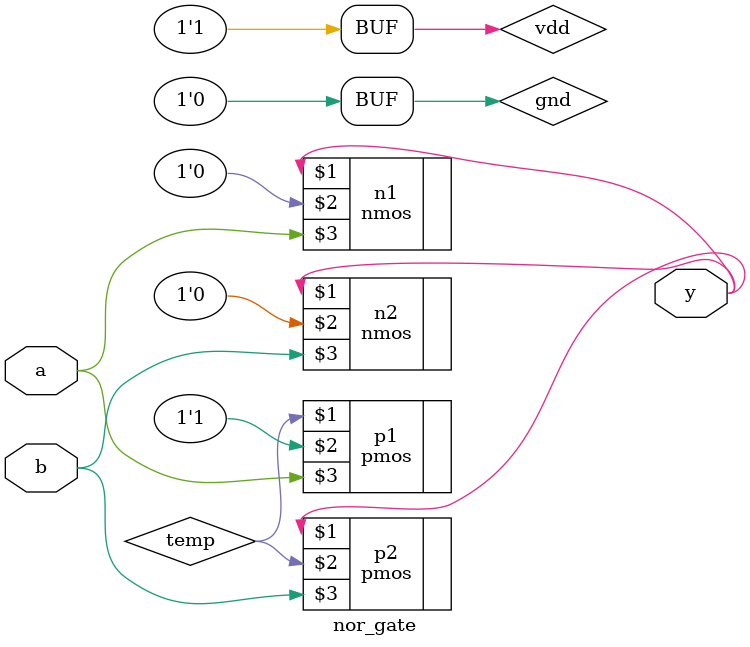
<source format=v>
`timescale 1ns/1ps

module nor_gate (
    input a,b,
    output y
);

supply1 vdd;
supply0 gnd;

//define variable
wire temp;

// define pmos
pmos p1(temp,vdd,a);
pmos p2(y,temp,b);

// define nmos
nmos n1(y,gnd,a);
nmos n2(y,gnd,b);

endmodule
</source>
